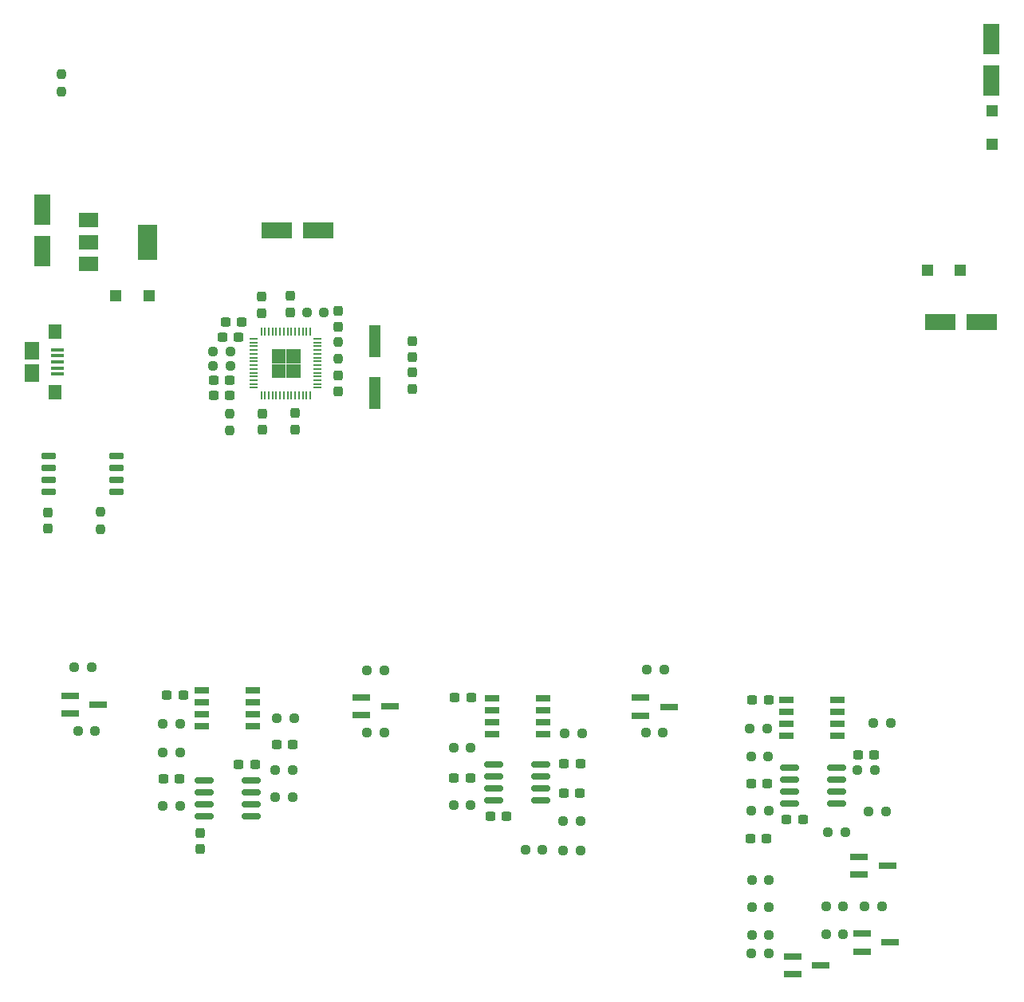
<source format=gtp>
G04 #@! TF.GenerationSoftware,KiCad,Pcbnew,(6.0.0)*
G04 #@! TF.CreationDate,2022-04-06T20:06:18+02:00*
G04 #@! TF.ProjectId,GenerativeEngine,47656e65-7261-4746-9976-65456e67696e,rev?*
G04 #@! TF.SameCoordinates,Original*
G04 #@! TF.FileFunction,Paste,Top*
G04 #@! TF.FilePolarity,Positive*
%FSLAX46Y46*%
G04 Gerber Fmt 4.6, Leading zero omitted, Abs format (unit mm)*
G04 Created by KiCad (PCBNEW (6.0.0)) date 2022-04-06 20:06:18*
%MOMM*%
%LPD*%
G01*
G04 APERTURE LIST*
G04 Aperture macros list*
%AMRoundRect*
0 Rectangle with rounded corners*
0 $1 Rounding radius*
0 $2 $3 $4 $5 $6 $7 $8 $9 X,Y pos of 4 corners*
0 Add a 4 corners polygon primitive as box body*
4,1,4,$2,$3,$4,$5,$6,$7,$8,$9,$2,$3,0*
0 Add four circle primitives for the rounded corners*
1,1,$1+$1,$2,$3*
1,1,$1+$1,$4,$5*
1,1,$1+$1,$6,$7*
1,1,$1+$1,$8,$9*
0 Add four rect primitives between the rounded corners*
20,1,$1+$1,$2,$3,$4,$5,0*
20,1,$1+$1,$4,$5,$6,$7,0*
20,1,$1+$1,$6,$7,$8,$9,0*
20,1,$1+$1,$8,$9,$2,$3,0*%
G04 Aperture macros list end*
%ADD10C,0.100000*%
%ADD11RoundRect,0.237500X-0.250000X-0.237500X0.250000X-0.237500X0.250000X0.237500X-0.250000X0.237500X0*%
%ADD12RoundRect,0.237500X-0.237500X0.300000X-0.237500X-0.300000X0.237500X-0.300000X0.237500X0.300000X0*%
%ADD13RoundRect,0.237500X0.237500X-0.300000X0.237500X0.300000X-0.237500X0.300000X-0.237500X-0.300000X0*%
%ADD14R,1.500000X0.650000*%
%ADD15R,1.150000X1.150000*%
%ADD16RoundRect,0.150000X-0.825000X-0.150000X0.825000X-0.150000X0.825000X0.150000X-0.825000X0.150000X0*%
%ADD17RoundRect,0.237500X0.250000X0.237500X-0.250000X0.237500X-0.250000X-0.237500X0.250000X-0.237500X0*%
%ADD18R,1.800000X3.300000*%
%ADD19RoundRect,0.237500X0.300000X0.237500X-0.300000X0.237500X-0.300000X-0.237500X0.300000X-0.237500X0*%
%ADD20RoundRect,0.150000X0.650000X0.150000X-0.650000X0.150000X-0.650000X-0.150000X0.650000X-0.150000X0*%
%ADD21R,3.300000X1.800000*%
%ADD22RoundRect,0.237500X-0.300000X-0.237500X0.300000X-0.237500X0.300000X0.237500X-0.300000X0.237500X0*%
%ADD23R,1.900000X0.800000*%
%ADD24RoundRect,0.237500X0.237500X-0.250000X0.237500X0.250000X-0.237500X0.250000X-0.237500X-0.250000X0*%
%ADD25R,1.350000X0.400000*%
%ADD26R,1.400000X1.600000*%
%ADD27R,1.600000X1.900000*%
%ADD28R,0.177800X0.812800*%
%ADD29R,0.812800X0.177800*%
%ADD30RoundRect,0.237500X-0.237500X0.250000X-0.237500X-0.250000X0.237500X-0.250000X0.237500X0.250000X0*%
%ADD31R,1.200000X3.500000*%
%ADD32R,2.000000X1.500000*%
%ADD33R,2.000000X3.800000*%
G04 APERTURE END LIST*
D10*
X66825800Y-87936400D02*
X68226000Y-87936400D01*
X68226000Y-87936400D02*
X68226000Y-86536200D01*
X68226000Y-86536200D02*
X66825800Y-86536200D01*
X66825800Y-86536200D02*
X66825800Y-87936400D01*
G36*
X68226000Y-87936400D02*
G01*
X66825800Y-87936400D01*
X66825800Y-86536200D01*
X68226000Y-86536200D01*
X68226000Y-87936400D01*
G37*
X68226000Y-87936400D02*
X66825800Y-87936400D01*
X66825800Y-86536200D01*
X68226000Y-86536200D01*
X68226000Y-87936400D01*
X65225600Y-86336200D02*
X66625800Y-86336200D01*
X66625800Y-86336200D02*
X66625800Y-84936000D01*
X66625800Y-84936000D02*
X65225600Y-84936000D01*
X65225600Y-84936000D02*
X65225600Y-86336200D01*
G36*
X66625800Y-86336200D02*
G01*
X65225600Y-86336200D01*
X65225600Y-84936000D01*
X66625800Y-84936000D01*
X66625800Y-86336200D01*
G37*
X66625800Y-86336200D02*
X65225600Y-86336200D01*
X65225600Y-84936000D01*
X66625800Y-84936000D01*
X66625800Y-86336200D01*
X65225600Y-87936400D02*
X66625800Y-87936400D01*
X66625800Y-87936400D02*
X66625800Y-86536200D01*
X66625800Y-86536200D02*
X65225600Y-86536200D01*
X65225600Y-86536200D02*
X65225600Y-87936400D01*
G36*
X66625800Y-87936400D02*
G01*
X65225600Y-87936400D01*
X65225600Y-86536200D01*
X66625800Y-86536200D01*
X66625800Y-87936400D01*
G37*
X66625800Y-87936400D02*
X65225600Y-87936400D01*
X65225600Y-86536200D01*
X66625800Y-86536200D01*
X66625800Y-87936400D01*
X66825800Y-86336200D02*
X68226000Y-86336200D01*
X68226000Y-86336200D02*
X68226000Y-84936000D01*
X68226000Y-84936000D02*
X66825800Y-84936000D01*
X66825800Y-84936000D02*
X66825800Y-86336200D01*
G36*
X68226000Y-86336200D02*
G01*
X66825800Y-86336200D01*
X66825800Y-84936000D01*
X68226000Y-84936000D01*
X68226000Y-86336200D01*
G37*
X68226000Y-86336200D02*
X66825800Y-86336200D01*
X66825800Y-84936000D01*
X68226000Y-84936000D01*
X68226000Y-86336200D01*
D11*
X128621900Y-134016600D03*
X130446900Y-134016600D03*
D12*
X64160400Y-79376100D03*
X64160400Y-81101100D03*
D13*
X72263000Y-89433400D03*
X72263000Y-87708400D03*
D14*
X57823700Y-121138800D03*
X57823700Y-122408800D03*
X57823700Y-123678800D03*
X57823700Y-124948800D03*
X63223700Y-124948800D03*
X63223700Y-123678800D03*
X63223700Y-122408800D03*
X63223700Y-121138800D03*
D13*
X67741800Y-93470900D03*
X67741800Y-91745900D03*
D11*
X92178500Y-138125200D03*
X94003500Y-138125200D03*
D15*
X138345600Y-76536400D03*
X134845600Y-76536400D03*
D11*
X96338500Y-125761600D03*
X98163500Y-125761600D03*
X105056300Y-118999000D03*
X106881300Y-118999000D03*
D16*
X58098400Y-130765400D03*
X58098400Y-132035400D03*
X58098400Y-133305400D03*
X58098400Y-134575400D03*
X63048400Y-134575400D03*
X63048400Y-133305400D03*
X63048400Y-132035400D03*
X63048400Y-130765400D03*
D17*
X126128900Y-136251800D03*
X124303900Y-136251800D03*
D11*
X44276000Y-118694200D03*
X46101000Y-118694200D03*
D18*
X141655800Y-56429000D03*
X141655800Y-52029000D03*
D13*
X72263000Y-82574300D03*
X72263000Y-80849300D03*
D17*
X55516900Y-127742800D03*
X53691900Y-127742800D03*
D11*
X96168200Y-135077200D03*
X97993200Y-135077200D03*
D19*
X63467900Y-129012800D03*
X61742900Y-129012800D03*
D20*
X48786600Y-100076000D03*
X48786600Y-98806000D03*
X48786600Y-97536000D03*
X48786600Y-96266000D03*
X41586600Y-96266000D03*
X41586600Y-97536000D03*
X41586600Y-98806000D03*
X41586600Y-100076000D03*
D15*
X141706600Y-59641800D03*
X141706600Y-63141800D03*
D21*
X140640000Y-82099000D03*
X136240000Y-82099000D03*
D17*
X129227700Y-129647800D03*
X127402700Y-129647800D03*
D11*
X124080900Y-147040600D03*
X125905900Y-147040600D03*
X124075300Y-144151200D03*
X125900300Y-144151200D03*
D22*
X84678000Y-121926200D03*
X86403000Y-121926200D03*
D11*
X59006100Y-85166200D03*
X60831100Y-85166200D03*
D15*
X52194400Y-79298800D03*
X48694400Y-79298800D03*
D18*
X40843200Y-74488400D03*
X40843200Y-70088400D03*
D23*
X120547000Y-149443400D03*
X120547000Y-151343400D03*
X123547000Y-150393400D03*
D19*
X60781100Y-89814400D03*
X59056100Y-89814400D03*
D17*
X117950100Y-128174600D03*
X116125100Y-128174600D03*
D24*
X60807600Y-93597100D03*
X60807600Y-91772100D03*
D22*
X116048100Y-136963000D03*
X117773100Y-136963000D03*
D23*
X104418000Y-121960600D03*
X104418000Y-123860600D03*
X107418000Y-122910600D03*
D11*
X84554800Y-133407000D03*
X86379800Y-133407000D03*
D17*
X130929500Y-124618600D03*
X129104500Y-124618600D03*
D25*
X42455300Y-84983800D03*
X42455300Y-85633800D03*
X42455300Y-86283800D03*
X42455300Y-86933800D03*
X42455300Y-87583800D03*
D26*
X42230300Y-83083800D03*
D27*
X39780300Y-85083800D03*
X39780300Y-87483800D03*
D26*
X42230300Y-89483800D03*
D13*
X57652400Y-138027600D03*
X57652400Y-136302600D03*
D28*
X64125800Y-89839800D03*
X64525799Y-89839800D03*
X64925801Y-89839800D03*
X65325800Y-89839800D03*
X65725799Y-89839800D03*
X66125801Y-89839800D03*
X66525800Y-89839800D03*
X66925800Y-89839800D03*
X67325799Y-89839800D03*
X67725801Y-89839800D03*
X68125800Y-89839800D03*
X68525799Y-89839800D03*
X68925801Y-89839800D03*
X69325800Y-89839800D03*
D29*
X70129400Y-89036200D03*
X70129400Y-88636201D03*
X70129400Y-88236199D03*
X70129400Y-87836200D03*
X70129400Y-87436201D03*
X70129400Y-87036199D03*
X70129400Y-86636200D03*
X70129400Y-86236200D03*
X70129400Y-85836201D03*
X70129400Y-85436199D03*
X70129400Y-85036200D03*
X70129400Y-84636201D03*
X70129400Y-84236199D03*
X70129400Y-83836200D03*
D28*
X69325800Y-83032600D03*
X68925801Y-83032600D03*
X68525799Y-83032600D03*
X68125800Y-83032600D03*
X67725801Y-83032600D03*
X67325799Y-83032600D03*
X66925800Y-83032600D03*
X66525800Y-83032600D03*
X66125801Y-83032600D03*
X65725799Y-83032600D03*
X65325800Y-83032600D03*
X64925801Y-83032600D03*
X64525799Y-83032600D03*
X64125800Y-83032600D03*
D29*
X63322200Y-83836200D03*
X63322200Y-84236199D03*
X63322200Y-84636201D03*
X63322200Y-85036200D03*
X63322200Y-85436199D03*
X63322200Y-85836201D03*
X63322200Y-86236200D03*
X63322200Y-86636200D03*
X63322200Y-87036199D03*
X63322200Y-87436201D03*
X63322200Y-87836200D03*
X63322200Y-88236199D03*
X63322200Y-88636201D03*
X63322200Y-89036200D03*
D11*
X44655100Y-125526800D03*
X46480100Y-125526800D03*
D14*
X119874800Y-122205600D03*
X119874800Y-123475600D03*
X119874800Y-124745600D03*
X119874800Y-126015600D03*
X125274800Y-126015600D03*
X125274800Y-124745600D03*
X125274800Y-123475600D03*
X125274800Y-122205600D03*
D17*
X60831100Y-86741000D03*
X59006100Y-86741000D03*
D11*
X84552900Y-127311000D03*
X86377900Y-127311000D03*
D19*
X55468000Y-130613000D03*
X53743000Y-130613000D03*
D11*
X65809600Y-124161400D03*
X67634600Y-124161400D03*
D19*
X62051100Y-82016600D03*
X60326100Y-82016600D03*
X117874700Y-131095600D03*
X116149700Y-131095600D03*
D14*
X88658200Y-122027800D03*
X88658200Y-123297800D03*
X88658200Y-124567800D03*
X88658200Y-125837800D03*
X94058200Y-125837800D03*
X94058200Y-124567800D03*
X94058200Y-123297800D03*
X94058200Y-122027800D03*
D30*
X72263000Y-84152100D03*
X72263000Y-85977100D03*
D11*
X96191700Y-138176000D03*
X98016700Y-138176000D03*
D23*
X43813600Y-121757400D03*
X43813600Y-123657400D03*
X46813600Y-122707400D03*
D19*
X90162200Y-134550000D03*
X88437200Y-134550000D03*
D17*
X117977300Y-149098000D03*
X116152300Y-149098000D03*
D19*
X121633900Y-134931000D03*
X119908900Y-134931000D03*
D30*
X42875200Y-55754900D03*
X42875200Y-57579900D03*
D17*
X106779700Y-125628400D03*
X104954700Y-125628400D03*
X55491500Y-124720200D03*
X53666500Y-124720200D03*
D13*
X80137000Y-89127500D03*
X80137000Y-87402500D03*
D16*
X88807000Y-129038200D03*
X88807000Y-130308200D03*
X88807000Y-131578200D03*
X88807000Y-132848200D03*
X93757000Y-132848200D03*
X93757000Y-131578200D03*
X93757000Y-130308200D03*
X93757000Y-129038200D03*
D31*
X76225400Y-89592600D03*
X76225400Y-84092600D03*
D16*
X120252200Y-129419200D03*
X120252200Y-130689200D03*
X120252200Y-131959200D03*
X120252200Y-133229200D03*
X125202200Y-133229200D03*
X125202200Y-131959200D03*
X125202200Y-130689200D03*
X125202200Y-129419200D03*
D12*
X67233800Y-79274500D03*
X67233800Y-80999500D03*
D11*
X75365600Y-119024400D03*
X77190600Y-119024400D03*
D17*
X118030000Y-144195800D03*
X116205000Y-144195800D03*
D22*
X96288000Y-128987400D03*
X98013000Y-128987400D03*
D19*
X97966700Y-132054600D03*
X96241700Y-132054600D03*
D13*
X64236600Y-93522800D03*
X64236600Y-91797800D03*
D21*
X65795800Y-72288400D03*
X70195800Y-72288400D03*
D22*
X116251300Y-122154800D03*
X117976300Y-122154800D03*
D24*
X47040800Y-104036500D03*
X47040800Y-102211500D03*
D22*
X65757200Y-126904600D03*
X67482200Y-126904600D03*
D11*
X116150500Y-133965800D03*
X117975500Y-133965800D03*
D17*
X118033800Y-141351000D03*
X116208800Y-141351000D03*
X67429500Y-132543400D03*
X65604500Y-132543400D03*
D23*
X127602600Y-138832400D03*
X127602600Y-140732400D03*
X130602600Y-139782400D03*
D17*
X77188700Y-125628400D03*
X75363700Y-125628400D03*
D32*
X45795800Y-71258400D03*
X45795800Y-73558400D03*
D33*
X52095800Y-73558400D03*
D32*
X45795800Y-75858400D03*
D23*
X74776200Y-121935200D03*
X74776200Y-123835200D03*
X77776200Y-122885200D03*
D22*
X54122900Y-121697600D03*
X55847900Y-121697600D03*
D12*
X80137000Y-84049700D03*
X80137000Y-85774700D03*
D22*
X84604000Y-130511400D03*
X86329000Y-130511400D03*
D11*
X65629900Y-129622400D03*
X67454900Y-129622400D03*
X53691900Y-133483200D03*
X55516900Y-133483200D03*
D22*
X127452700Y-128047600D03*
X129177700Y-128047600D03*
X59056100Y-88265000D03*
X60781100Y-88265000D03*
D11*
X68962900Y-81051400D03*
X70787900Y-81051400D03*
D19*
X61695500Y-83642200D03*
X59970500Y-83642200D03*
D17*
X118030000Y-147167600D03*
X116205000Y-147167600D03*
D23*
X127913000Y-147005000D03*
X127913000Y-148905000D03*
X130913000Y-147955000D03*
D12*
X41452800Y-102261500D03*
X41452800Y-103986500D03*
D17*
X117797700Y-125279000D03*
X115972700Y-125279000D03*
D11*
X128192000Y-144125800D03*
X130017000Y-144125800D03*
M02*

</source>
